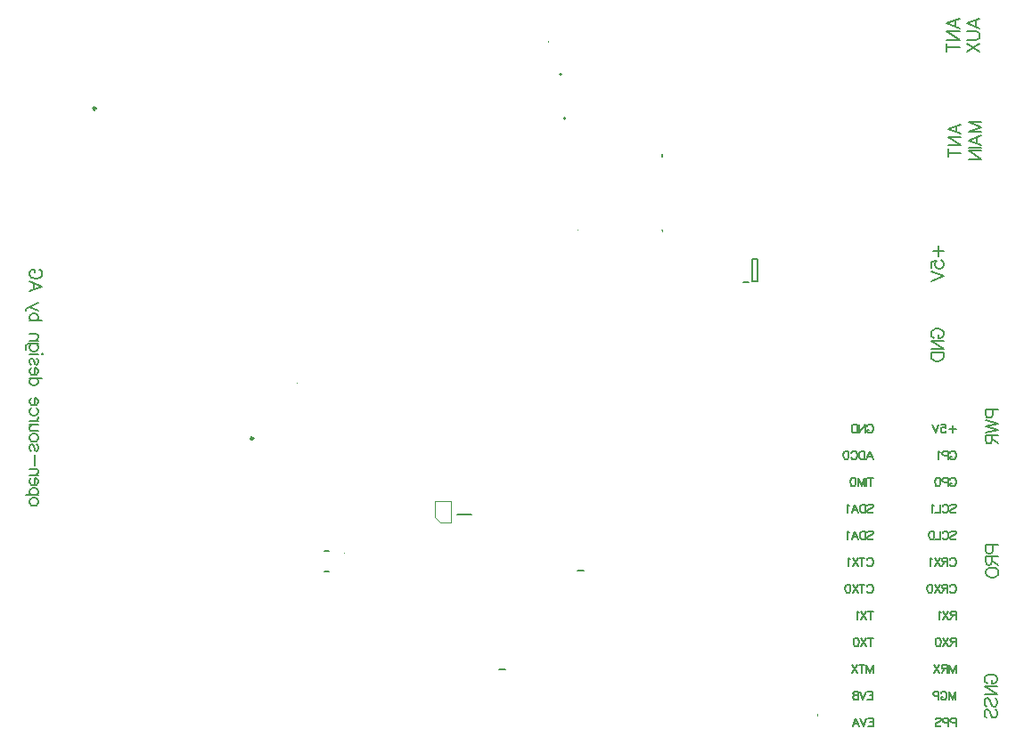
<source format=gbr>
%TF.GenerationSoftware,Altium Limited,Altium Designer,23.8.1 (32)*%
G04 Layer_Color=32896*
%FSLAX45Y45*%
%MOMM*%
%TF.SameCoordinates,47205040-CD91-4698-B5C6-F5A5CD4DDF21*%
%TF.FilePolarity,Positive*%
%TF.FileFunction,Legend,Bot*%
%TF.Part,Single*%
G01*
G75*
%TA.AperFunction,NonConductor*%
%ADD90C,0.20000*%
%ADD91C,0.10000*%
%ADD93C,0.25000*%
%ADD94C,0.15240*%
%ADD97C,0.16000*%
D90*
X10251300Y2884700D02*
G03*
X10251300Y2894700I0J5000D01*
G01*
D02*
G03*
X10251300Y2884700I0J-5000D01*
G01*
X8776400Y7505100D02*
G03*
X8776400Y7495100I0J-5000D01*
G01*
D02*
G03*
X8776400Y7505100I0J5000D01*
G01*
D02*
G03*
X8776400Y7495100I0J-5000D01*
G01*
X9544500Y7009700D02*
X9592000D01*
X9627000Y7019700D02*
Y7229700D01*
X9677000D01*
Y7019700D02*
Y7229700D01*
X9627000Y7019700D02*
X9677000D01*
X5568000Y4256100D02*
X5608000D01*
X5568000Y4456100D02*
X5608000D01*
X6826100Y4800600D02*
X6966100D01*
X8775700Y8201900D02*
Y8231900D01*
X7971000Y4267200D02*
X8031000D01*
X7221700Y3327400D02*
X7281700D01*
X11611731Y8421443D02*
X11491757Y8467148D01*
X11611731Y8512852D01*
X11571739Y8495713D02*
Y8438582D01*
X11491757Y8393449D02*
X11611731D01*
X11491757D02*
X11611731Y8313466D01*
X11491757D02*
X11611731D01*
X11491757Y8240339D02*
X11611731D01*
X11491757Y8280330D02*
Y8200348D01*
X11683726Y8531705D02*
X11803700D01*
X11683726D02*
X11803700Y8486001D01*
X11683726Y8440296D02*
X11803700Y8486001D01*
X11683726Y8440296D02*
X11803700D01*
Y8314609D02*
X11683726Y8360313D01*
X11803700Y8406018D01*
X11763709Y8388879D02*
Y8331748D01*
X11683726Y8286615D02*
X11803700D01*
X11683726Y8261478D02*
X11803700D01*
X11683726D02*
X11803700Y8181495D01*
X11683726D02*
X11803700D01*
X11599031Y9424743D02*
X11479057Y9470448D01*
X11599031Y9516152D01*
X11559039Y9499013D02*
Y9441882D01*
X11479057Y9396749D02*
X11599031D01*
X11479057D02*
X11599031Y9316766D01*
X11479057D02*
X11599031D01*
X11479057Y9243639D02*
X11599031D01*
X11479057Y9283630D02*
Y9203648D01*
X11791000Y9424743D02*
X11671026Y9470448D01*
X11791000Y9516152D01*
X11751009Y9499013D02*
Y9441882D01*
X11671026Y9396749D02*
X11756722D01*
X11773861Y9391036D01*
X11785287Y9379610D01*
X11791000Y9362471D01*
Y9351045D01*
X11785287Y9333905D01*
X11773861Y9322479D01*
X11756722Y9316766D01*
X11671026D01*
Y9283630D02*
X11791000Y9203648D01*
X11671026D02*
X11791000Y9283630D01*
X11911669Y5801336D02*
Y5749919D01*
X11905956Y5732780D01*
X11900243Y5727067D01*
X11888817Y5721354D01*
X11871678D01*
X11860252Y5727067D01*
X11854539Y5732780D01*
X11848826Y5749919D01*
Y5801336D01*
X11968800D01*
X11848826Y5694502D02*
X11968800Y5665937D01*
X11848826Y5637372D02*
X11968800Y5665937D01*
X11848826Y5637372D02*
X11968800Y5608806D01*
X11848826Y5580241D02*
X11968800Y5608806D01*
X11848826Y5556246D02*
X11968800D01*
X11848826D02*
Y5504829D01*
X11854539Y5487690D01*
X11860252Y5481976D01*
X11871678Y5476263D01*
X11883104D01*
X11894530Y5481976D01*
X11900243Y5487690D01*
X11905956Y5504829D01*
Y5556246D01*
Y5516255D02*
X11968800Y5476263D01*
X11911669Y4508639D02*
Y4457221D01*
X11905956Y4440082D01*
X11900243Y4434369D01*
X11888817Y4428656D01*
X11871678D01*
X11860252Y4434369D01*
X11854539Y4440082D01*
X11848826Y4457221D01*
Y4508639D01*
X11968800D01*
X11848826Y4401805D02*
X11968800D01*
X11848826D02*
Y4350387D01*
X11854539Y4333248D01*
X11860252Y4327535D01*
X11871678Y4321822D01*
X11883104D01*
X11894530Y4327535D01*
X11900243Y4333248D01*
X11905956Y4350387D01*
Y4401805D01*
Y4361813D02*
X11968800Y4321822D01*
X11848826Y4260692D02*
X11854539Y4272118D01*
X11865965Y4283544D01*
X11877391Y4289257D01*
X11894530Y4294970D01*
X11923096D01*
X11940235Y4289257D01*
X11951661Y4283544D01*
X11963087Y4272118D01*
X11968800Y4260692D01*
Y4237840D01*
X11963087Y4226414D01*
X11951661Y4214988D01*
X11940235Y4209274D01*
X11923096Y4203561D01*
X11894530D01*
X11877391Y4209274D01*
X11865965Y4214988D01*
X11854539Y4226414D01*
X11848826Y4237840D01*
Y4260692D01*
X11864691Y3194231D02*
X11853265Y3199945D01*
X11841839Y3211371D01*
X11836125Y3222797D01*
Y3245649D01*
X11841839Y3257075D01*
X11853265Y3268501D01*
X11864691Y3274214D01*
X11881830Y3279927D01*
X11910395D01*
X11927534Y3274214D01*
X11938961Y3268501D01*
X11950387Y3257075D01*
X11956100Y3245649D01*
Y3222797D01*
X11950387Y3211371D01*
X11938961Y3199945D01*
X11927534Y3194231D01*
X11910395D01*
Y3222797D02*
Y3194231D01*
X11836125Y3166809D02*
X11956100D01*
X11836125D02*
X11956100Y3086826D01*
X11836125D02*
X11956100D01*
X11853265Y2973707D02*
X11841839Y2985133D01*
X11836125Y3002273D01*
Y3025125D01*
X11841839Y3042264D01*
X11853265Y3053690D01*
X11864691D01*
X11876117Y3047977D01*
X11881830Y3042264D01*
X11887543Y3030838D01*
X11898969Y2996559D01*
X11904682Y2985133D01*
X11910395Y2979420D01*
X11921821Y2973707D01*
X11938961D01*
X11950387Y2985133D01*
X11956100Y3002273D01*
Y3025125D01*
X11950387Y3042264D01*
X11938961Y3053690D01*
X11853265Y2866873D02*
X11841839Y2878299D01*
X11836125Y2895438D01*
Y2918291D01*
X11841839Y2935430D01*
X11853265Y2946856D01*
X11864691D01*
X11876117Y2941143D01*
X11881830Y2935430D01*
X11887543Y2924004D01*
X11898969Y2889725D01*
X11904682Y2878299D01*
X11910395Y2872586D01*
X11921821Y2866873D01*
X11938961D01*
X11950387Y2878299D01*
X11956100Y2895438D01*
Y2918291D01*
X11950387Y2935430D01*
X11938961Y2946856D01*
X11356691Y6480914D02*
X11345265Y6486627D01*
X11333839Y6498053D01*
X11328126Y6509479D01*
Y6532332D01*
X11333839Y6543758D01*
X11345265Y6555184D01*
X11356691Y6560897D01*
X11373830Y6566610D01*
X11402396D01*
X11419535Y6560897D01*
X11430961Y6555184D01*
X11442387Y6543758D01*
X11448100Y6532332D01*
Y6509479D01*
X11442387Y6498053D01*
X11430961Y6486627D01*
X11419535Y6480914D01*
X11402396D01*
Y6509479D02*
Y6480914D01*
X11328126Y6453491D02*
X11448100D01*
X11328126D02*
X11448100Y6373508D01*
X11328126D02*
X11448100D01*
X11328126Y6340373D02*
X11448100D01*
X11328126D02*
Y6300381D01*
X11333839Y6283242D01*
X11345265Y6271816D01*
X11356691Y6266103D01*
X11373830Y6260390D01*
X11402396D01*
X11419535Y6266103D01*
X11430961Y6271816D01*
X11442387Y6283242D01*
X11448100Y6300381D01*
Y6340373D01*
X11345265Y7305032D02*
X11448100D01*
X11396683Y7356450D02*
Y7253614D01*
X11328126Y7149637D02*
Y7206767D01*
X11379543Y7212481D01*
X11373830Y7206767D01*
X11368117Y7189628D01*
Y7172489D01*
X11373830Y7155350D01*
X11385256Y7143924D01*
X11402396Y7138211D01*
X11413822D01*
X11430961Y7143924D01*
X11442387Y7155350D01*
X11448100Y7172489D01*
Y7189628D01*
X11442387Y7206767D01*
X11436674Y7212481D01*
X11425248Y7218194D01*
X11328126Y7111359D02*
X11448100Y7065655D01*
X11328126Y7019950D02*
X11448100Y7065655D01*
X2845074Y4911906D02*
X2839361Y4900480D01*
X2827935Y4889054D01*
X2810796Y4883341D01*
X2799370D01*
X2782231Y4889054D01*
X2770804Y4900480D01*
X2765091Y4911906D01*
Y4929045D01*
X2770804Y4940471D01*
X2782231Y4951897D01*
X2799370Y4957611D01*
X2810796D01*
X2827935Y4951897D01*
X2839361Y4940471D01*
X2845074Y4929045D01*
Y4911906D01*
Y4983891D02*
X2725100D01*
X2827935D02*
X2839361Y4995317D01*
X2845074Y5006743D01*
Y5023882D01*
X2839361Y5035308D01*
X2827935Y5046734D01*
X2810796Y5052447D01*
X2799370D01*
X2782231Y5046734D01*
X2770804Y5035308D01*
X2765091Y5023882D01*
Y5006743D01*
X2770804Y4995317D01*
X2782231Y4983891D01*
X2810796Y5078156D02*
Y5146713D01*
X2822222D01*
X2833648Y5141000D01*
X2839361Y5135287D01*
X2845074Y5123861D01*
Y5106722D01*
X2839361Y5095295D01*
X2827935Y5083869D01*
X2810796Y5078156D01*
X2799370D01*
X2782231Y5083869D01*
X2770804Y5095295D01*
X2765091Y5106722D01*
Y5123861D01*
X2770804Y5135287D01*
X2782231Y5146713D01*
X2845074Y5172422D02*
X2765091D01*
X2822222D02*
X2839361Y5189561D01*
X2845074Y5200987D01*
Y5218126D01*
X2839361Y5229552D01*
X2822222Y5235265D01*
X2765091D01*
X2816509Y5266687D02*
Y5369522D01*
X2827935Y5467787D02*
X2839361Y5462074D01*
X2845074Y5444935D01*
Y5427795D01*
X2839361Y5410656D01*
X2827935Y5404943D01*
X2816509Y5410656D01*
X2810796Y5422082D01*
X2805083Y5450648D01*
X2799370Y5462074D01*
X2787944Y5467787D01*
X2782231D01*
X2770804Y5462074D01*
X2765091Y5444935D01*
Y5427795D01*
X2770804Y5410656D01*
X2782231Y5404943D01*
X2845074Y5521490D02*
X2839361Y5510064D01*
X2827935Y5498637D01*
X2810796Y5492924D01*
X2799370D01*
X2782231Y5498637D01*
X2770804Y5510064D01*
X2765091Y5521490D01*
Y5538629D01*
X2770804Y5550055D01*
X2782231Y5561481D01*
X2799370Y5567194D01*
X2810796D01*
X2827935Y5561481D01*
X2839361Y5550055D01*
X2845074Y5538629D01*
Y5521490D01*
Y5593474D02*
X2787944D01*
X2770804Y5599187D01*
X2765091Y5610614D01*
Y5627753D01*
X2770804Y5639179D01*
X2787944Y5656318D01*
X2845074D02*
X2765091D01*
X2845074Y5687740D02*
X2765091D01*
X2810796D02*
X2827935Y5693453D01*
X2839361Y5704879D01*
X2845074Y5716305D01*
Y5733444D01*
X2827935Y5812856D02*
X2839361Y5801430D01*
X2845074Y5790004D01*
Y5772865D01*
X2839361Y5761438D01*
X2827935Y5750012D01*
X2810796Y5744299D01*
X2799370D01*
X2782231Y5750012D01*
X2770804Y5761438D01*
X2765091Y5772865D01*
Y5790004D01*
X2770804Y5801430D01*
X2782231Y5812856D01*
X2810796Y5838565D02*
Y5907121D01*
X2822222D01*
X2833648Y5901408D01*
X2839361Y5895695D01*
X2845074Y5884269D01*
Y5867130D01*
X2839361Y5855704D01*
X2827935Y5844278D01*
X2810796Y5838565D01*
X2799370D01*
X2782231Y5844278D01*
X2770804Y5855704D01*
X2765091Y5867130D01*
Y5884269D01*
X2770804Y5895695D01*
X2782231Y5907121D01*
X2885066Y6095652D02*
X2765091D01*
X2827935D02*
X2839361Y6084226D01*
X2845074Y6072800D01*
Y6055661D01*
X2839361Y6044235D01*
X2827935Y6032809D01*
X2810796Y6027096D01*
X2799370D01*
X2782231Y6032809D01*
X2770804Y6044235D01*
X2765091Y6055661D01*
Y6072800D01*
X2770804Y6084226D01*
X2782231Y6095652D01*
X2810796Y6127646D02*
Y6196202D01*
X2822222D01*
X2833648Y6190489D01*
X2839361Y6184776D01*
X2845074Y6173350D01*
Y6156211D01*
X2839361Y6144785D01*
X2827935Y6133359D01*
X2810796Y6127646D01*
X2799370D01*
X2782231Y6133359D01*
X2770804Y6144785D01*
X2765091Y6156211D01*
Y6173350D01*
X2770804Y6184776D01*
X2782231Y6196202D01*
X2827935Y6284755D02*
X2839361Y6279042D01*
X2845074Y6261903D01*
Y6244763D01*
X2839361Y6227624D01*
X2827935Y6221911D01*
X2816509Y6227624D01*
X2810796Y6239050D01*
X2805083Y6267616D01*
X2799370Y6279042D01*
X2787944Y6284755D01*
X2782231D01*
X2770804Y6279042D01*
X2765091Y6261903D01*
Y6244763D01*
X2770804Y6227624D01*
X2782231Y6221911D01*
X2885066Y6321319D02*
X2879353Y6327032D01*
X2885066Y6332745D01*
X2890779Y6327032D01*
X2885066Y6321319D01*
X2845074Y6327032D02*
X2765091D01*
X2845074Y6422440D02*
X2753665D01*
X2736526Y6416727D01*
X2730813Y6411014D01*
X2725100Y6399587D01*
Y6382448D01*
X2730813Y6371022D01*
X2827935Y6422440D02*
X2839361Y6411014D01*
X2845074Y6399587D01*
Y6382448D01*
X2839361Y6371022D01*
X2827935Y6359596D01*
X2810796Y6353883D01*
X2799370D01*
X2782231Y6359596D01*
X2770804Y6371022D01*
X2765091Y6382448D01*
Y6399587D01*
X2770804Y6411014D01*
X2782231Y6422440D01*
X2845074Y6454433D02*
X2765091D01*
X2822222D02*
X2839361Y6471572D01*
X2845074Y6482998D01*
Y6500137D01*
X2839361Y6511564D01*
X2822222Y6517277D01*
X2765091D01*
X2885066Y6642964D02*
X2765091D01*
X2827935D02*
X2839361Y6654390D01*
X2845074Y6665816D01*
Y6682955D01*
X2839361Y6694381D01*
X2827935Y6705808D01*
X2810796Y6711520D01*
X2799370D01*
X2782231Y6705808D01*
X2770804Y6694381D01*
X2765091Y6682955D01*
Y6665816D01*
X2770804Y6654390D01*
X2782231Y6642964D01*
X2845074Y6742942D02*
X2765091Y6777221D01*
X2845074Y6811499D02*
X2765091Y6777221D01*
X2742239Y6765795D01*
X2730813Y6754369D01*
X2725100Y6742942D01*
Y6737229D01*
X2765091Y7017169D02*
X2885066Y6971465D01*
X2765091Y6925760D01*
X2805083Y6942900D02*
Y7000030D01*
X2856501Y7130859D02*
X2867927Y7125146D01*
X2879353Y7113720D01*
X2885066Y7102294D01*
Y7079442D01*
X2879353Y7068016D01*
X2867927Y7056590D01*
X2856501Y7050876D01*
X2839361Y7045163D01*
X2810796D01*
X2793657Y7050876D01*
X2782231Y7056590D01*
X2770804Y7068016D01*
X2765091Y7079442D01*
Y7102294D01*
X2770804Y7113720D01*
X2782231Y7125146D01*
X2793657Y7130859D01*
X2810796D01*
Y7102294D02*
Y7130859D01*
D91*
X5748000Y4436100D02*
G03*
X5758000Y4436100I5000J0D01*
G01*
D02*
G03*
X5748000Y4436100I-5000J0D01*
G01*
X7970700Y7503000D02*
G03*
X7980700Y7503000I5000J0D01*
G01*
D02*
G03*
X7970700Y7503000I-5000J0D01*
G01*
X5302100Y6045500D02*
G03*
X5312100Y6045500I5000J0D01*
G01*
D02*
G03*
X5302100Y6045500I-5000J0D01*
G01*
X7696200Y9302100D02*
G03*
X7696200Y9292100I0J-5000D01*
G01*
D02*
G03*
X7696200Y9302100I0J5000D01*
G01*
X6617200Y4776800D02*
Y4927100D01*
X6767800D01*
Y4726500D02*
Y4927100D01*
X6667500Y4726500D02*
X6767800D01*
X6617200Y4776800D02*
X6667500Y4726500D01*
D93*
X3394264Y8663236D02*
G03*
X3394264Y8663236I-12500J0D01*
G01*
X4888800Y5524400D02*
G03*
X4888800Y5524400I-12500J0D01*
G01*
D94*
X7856220Y8568780D02*
G03*
X7856220Y8568780I-7620J0D01*
G01*
X7818120Y8987880D02*
G03*
X7818120Y8987880I-7620J0D01*
G01*
D97*
X11565603Y2822687D02*
X11531325D01*
X11519898Y2826496D01*
X11516090Y2830304D01*
X11512281Y2837922D01*
Y2849348D01*
X11516090Y2856966D01*
X11519898Y2860774D01*
X11531325Y2864583D01*
X11565603D01*
Y2784600D01*
X11494380Y2822687D02*
X11460102D01*
X11448676Y2826496D01*
X11444867Y2830304D01*
X11441058Y2837922D01*
Y2849348D01*
X11444867Y2856966D01*
X11448676Y2860774D01*
X11460102Y2864583D01*
X11494380D01*
Y2784600D01*
X11369835Y2853157D02*
X11377453Y2860774D01*
X11388879Y2864583D01*
X11404114D01*
X11415540Y2860774D01*
X11423157Y2853157D01*
Y2845539D01*
X11419349Y2837922D01*
X11415540Y2834113D01*
X11407922Y2830304D01*
X11385070Y2822687D01*
X11377453Y2818878D01*
X11373644Y2815070D01*
X11369835Y2807452D01*
Y2796026D01*
X11377453Y2788409D01*
X11388879Y2784600D01*
X11404114D01*
X11415540Y2788409D01*
X11423157Y2796026D01*
X11565603Y3626583D02*
Y3546600D01*
Y3626583D02*
X11531325D01*
X11519898Y3622774D01*
X11516090Y3618966D01*
X11512281Y3611348D01*
Y3603731D01*
X11516090Y3596113D01*
X11519898Y3592304D01*
X11531325Y3588496D01*
X11565603D01*
X11538942D02*
X11512281Y3546600D01*
X11494380Y3626583D02*
X11441058Y3546600D01*
Y3626583D02*
X11494380Y3546600D01*
X11400305Y3626583D02*
X11411731Y3622774D01*
X11419349Y3611348D01*
X11423157Y3592304D01*
Y3580878D01*
X11419349Y3561835D01*
X11411731Y3550409D01*
X11400305Y3546600D01*
X11392688D01*
X11381261Y3550409D01*
X11373644Y3561835D01*
X11369835Y3580878D01*
Y3592304D01*
X11373644Y3611348D01*
X11381261Y3622774D01*
X11392688Y3626583D01*
X11400305D01*
X11565603Y3880583D02*
Y3800600D01*
Y3880583D02*
X11531325D01*
X11519898Y3876774D01*
X11516090Y3872966D01*
X11512281Y3865348D01*
Y3857731D01*
X11516090Y3850113D01*
X11519898Y3846304D01*
X11531325Y3842496D01*
X11565603D01*
X11538942D02*
X11512281Y3800600D01*
X11494380Y3880583D02*
X11441058Y3800600D01*
Y3880583D02*
X11494380Y3800600D01*
X11423157Y3865348D02*
X11415540Y3869157D01*
X11404114Y3880583D01*
Y3800600D01*
X11508472Y4115539D02*
X11512281Y4123157D01*
X11519898Y4130774D01*
X11527516Y4134583D01*
X11542751D01*
X11550368Y4130774D01*
X11557986Y4123157D01*
X11561794Y4115539D01*
X11565603Y4104113D01*
Y4085070D01*
X11561794Y4073644D01*
X11557986Y4066026D01*
X11550368Y4058409D01*
X11542751Y4054600D01*
X11527516D01*
X11519898Y4058409D01*
X11512281Y4066026D01*
X11508472Y4073644D01*
X11486001Y4134583D02*
Y4054600D01*
Y4134583D02*
X11451723D01*
X11440296Y4130774D01*
X11436488Y4126966D01*
X11432679Y4119348D01*
Y4111731D01*
X11436488Y4104113D01*
X11440296Y4100304D01*
X11451723Y4096496D01*
X11486001D01*
X11459340D02*
X11432679Y4054600D01*
X11414778Y4134583D02*
X11361456Y4054600D01*
Y4134583D02*
X11414778Y4054600D01*
X11320703Y4134583D02*
X11332129Y4130774D01*
X11339746Y4119348D01*
X11343555Y4100304D01*
Y4088878D01*
X11339746Y4069835D01*
X11332129Y4058409D01*
X11320703Y4054600D01*
X11313086D01*
X11301659Y4058409D01*
X11294042Y4069835D01*
X11290233Y4088878D01*
Y4100304D01*
X11294042Y4119348D01*
X11301659Y4130774D01*
X11313086Y4134583D01*
X11320703D01*
X11508472Y4369539D02*
X11512281Y4377157D01*
X11519898Y4384774D01*
X11527516Y4388583D01*
X11542751D01*
X11550368Y4384774D01*
X11557986Y4377157D01*
X11561794Y4369539D01*
X11565603Y4358113D01*
Y4339070D01*
X11561794Y4327644D01*
X11557986Y4320026D01*
X11550368Y4312409D01*
X11542751Y4308600D01*
X11527516D01*
X11519898Y4312409D01*
X11512281Y4320026D01*
X11508472Y4327644D01*
X11486001Y4388583D02*
Y4308600D01*
Y4388583D02*
X11451723D01*
X11440296Y4384774D01*
X11436488Y4380966D01*
X11432679Y4373348D01*
Y4365731D01*
X11436488Y4358113D01*
X11440296Y4354304D01*
X11451723Y4350496D01*
X11486001D01*
X11459340D02*
X11432679Y4308600D01*
X11414778Y4388583D02*
X11361456Y4308600D01*
Y4388583D02*
X11414778Y4308600D01*
X11343555Y4373348D02*
X11335938Y4377157D01*
X11324512Y4388583D01*
Y4308600D01*
X11512281Y4631157D02*
X11519898Y4638774D01*
X11531325Y4642583D01*
X11546559D01*
X11557986Y4638774D01*
X11565603Y4631157D01*
Y4623539D01*
X11561794Y4615922D01*
X11557986Y4612113D01*
X11550368Y4608304D01*
X11527516Y4600687D01*
X11519898Y4596878D01*
X11516090Y4593070D01*
X11512281Y4585452D01*
Y4574026D01*
X11519898Y4566409D01*
X11531325Y4562600D01*
X11546559D01*
X11557986Y4566409D01*
X11565603Y4574026D01*
X11437249Y4623539D02*
X11441058Y4631157D01*
X11448676Y4638774D01*
X11456293Y4642583D01*
X11471528D01*
X11479145Y4638774D01*
X11486763Y4631157D01*
X11490571Y4623539D01*
X11494380Y4612113D01*
Y4593070D01*
X11490571Y4581644D01*
X11486763Y4574026D01*
X11479145Y4566409D01*
X11471528Y4562600D01*
X11456293D01*
X11448676Y4566409D01*
X11441058Y4574026D01*
X11437249Y4581644D01*
X11414778Y4642583D02*
Y4562600D01*
X11369074D01*
X11337461Y4642583D02*
X11348887Y4638774D01*
X11356505Y4627348D01*
X11360314Y4608304D01*
Y4596878D01*
X11356505Y4577835D01*
X11348887Y4566409D01*
X11337461Y4562600D01*
X11329844D01*
X11318418Y4566409D01*
X11310800Y4577835D01*
X11306992Y4596878D01*
Y4608304D01*
X11310800Y4627348D01*
X11318418Y4638774D01*
X11329844Y4642583D01*
X11337461D01*
X11512281Y4885157D02*
X11519898Y4892774D01*
X11531325Y4896583D01*
X11546559D01*
X11557986Y4892774D01*
X11565603Y4885157D01*
Y4877539D01*
X11561794Y4869922D01*
X11557986Y4866113D01*
X11550368Y4862304D01*
X11527516Y4854687D01*
X11519898Y4850878D01*
X11516090Y4847070D01*
X11512281Y4839452D01*
Y4828026D01*
X11519898Y4820409D01*
X11531325Y4816600D01*
X11546559D01*
X11557986Y4820409D01*
X11565603Y4828026D01*
X11437249Y4877539D02*
X11441058Y4885157D01*
X11448676Y4892774D01*
X11456293Y4896583D01*
X11471528D01*
X11479145Y4892774D01*
X11486763Y4885157D01*
X11490571Y4877539D01*
X11494380Y4866113D01*
Y4847070D01*
X11490571Y4835644D01*
X11486763Y4828026D01*
X11479145Y4820409D01*
X11471528Y4816600D01*
X11456293D01*
X11448676Y4820409D01*
X11441058Y4828026D01*
X11437249Y4835644D01*
X11414778Y4896583D02*
Y4816600D01*
X11369074D01*
X11360314Y4881348D02*
X11352696Y4885157D01*
X11341270Y4896583D01*
Y4816600D01*
X11508472Y5131539D02*
X11512281Y5139157D01*
X11519898Y5146774D01*
X11527516Y5150583D01*
X11542751D01*
X11550368Y5146774D01*
X11557986Y5139157D01*
X11561794Y5131539D01*
X11565603Y5120113D01*
Y5101070D01*
X11561794Y5089644D01*
X11557986Y5082026D01*
X11550368Y5074409D01*
X11542751Y5070600D01*
X11527516D01*
X11519898Y5074409D01*
X11512281Y5082026D01*
X11508472Y5089644D01*
Y5101070D01*
X11527516D02*
X11508472D01*
X11490190Y5108687D02*
X11455912D01*
X11444486Y5112496D01*
X11440677Y5116304D01*
X11436868Y5123922D01*
Y5135348D01*
X11440677Y5142966D01*
X11444486Y5146774D01*
X11455912Y5150583D01*
X11490190D01*
Y5070600D01*
X11396115Y5150583D02*
X11407541Y5146774D01*
X11415159Y5135348D01*
X11418968Y5116304D01*
Y5104878D01*
X11415159Y5085835D01*
X11407541Y5074409D01*
X11396115Y5070600D01*
X11388498D01*
X11377072Y5074409D01*
X11369454Y5085835D01*
X11365646Y5104878D01*
Y5116304D01*
X11369454Y5135348D01*
X11377072Y5146774D01*
X11388498Y5150583D01*
X11396115D01*
X11508472Y5385539D02*
X11512281Y5393157D01*
X11519898Y5400774D01*
X11527516Y5404583D01*
X11542751D01*
X11550368Y5400774D01*
X11557986Y5393157D01*
X11561794Y5385539D01*
X11565603Y5374113D01*
Y5355070D01*
X11561794Y5343644D01*
X11557986Y5336026D01*
X11550368Y5328409D01*
X11542751Y5324600D01*
X11527516D01*
X11519898Y5328409D01*
X11512281Y5336026D01*
X11508472Y5343644D01*
Y5355070D01*
X11527516D02*
X11508472D01*
X11490190Y5362687D02*
X11455912D01*
X11444486Y5366496D01*
X11440677Y5370304D01*
X11436868Y5377922D01*
Y5389348D01*
X11440677Y5396966D01*
X11444486Y5400774D01*
X11455912Y5404583D01*
X11490190D01*
Y5324600D01*
X11418968Y5389348D02*
X11411350Y5393157D01*
X11399924Y5404583D01*
Y5324600D01*
X11531325Y5647157D02*
Y5578600D01*
X11565603Y5612878D02*
X11497046D01*
X11427728Y5658583D02*
X11465815D01*
X11469623Y5624304D01*
X11465815Y5628113D01*
X11454389Y5631922D01*
X11442963D01*
X11431536Y5628113D01*
X11423919Y5620496D01*
X11420110Y5609070D01*
Y5601452D01*
X11423919Y5590026D01*
X11431536Y5582409D01*
X11442963Y5578600D01*
X11454389D01*
X11465815Y5582409D01*
X11469623Y5586217D01*
X11473432Y5593835D01*
X11402209Y5658583D02*
X11371740Y5578600D01*
X11341270Y5658583D02*
X11371740Y5578600D01*
X11565603Y3372583D02*
Y3292600D01*
Y3372583D02*
X11535133Y3292600D01*
X11504664Y3372583D02*
X11535133Y3292600D01*
X11504664Y3372583D02*
Y3292600D01*
X11481811Y3372583D02*
Y3292600D01*
Y3372583D02*
X11447533D01*
X11436107Y3368774D01*
X11432298Y3364966D01*
X11428489Y3357348D01*
Y3349731D01*
X11432298Y3342113D01*
X11436107Y3338304D01*
X11447533Y3334496D01*
X11481811D01*
X11455150D02*
X11428489Y3292600D01*
X11410589Y3372583D02*
X11357267Y3292600D01*
Y3372583D02*
X11410589Y3292600D01*
X11561794Y3118583D02*
Y3038600D01*
Y3118583D02*
X11531325Y3038600D01*
X11500855Y3118583D02*
X11531325Y3038600D01*
X11500855Y3118583D02*
Y3038600D01*
X11420872Y3099539D02*
X11424681Y3107157D01*
X11432298Y3114774D01*
X11439916Y3118583D01*
X11455150D01*
X11462768Y3114774D01*
X11470385Y3107157D01*
X11474194Y3099539D01*
X11478003Y3088113D01*
Y3069070D01*
X11474194Y3057644D01*
X11470385Y3050026D01*
X11462768Y3042409D01*
X11455150Y3038600D01*
X11439916D01*
X11432298Y3042409D01*
X11424681Y3050026D01*
X11420872Y3057644D01*
Y3069070D01*
X11439916D02*
X11420872D01*
X11402590Y3076687D02*
X11368312D01*
X11356886Y3080496D01*
X11353077Y3084304D01*
X11349268Y3091922D01*
Y3103348D01*
X11353077Y3110966D01*
X11356886Y3114774D01*
X11368312Y3118583D01*
X11402590D01*
Y3038600D01*
X10724881Y3118583D02*
X10774394D01*
Y3038600D01*
X10724881D01*
X10774394Y3080496D02*
X10743925D01*
X10711551Y3118583D02*
X10681081Y3038600D01*
X10650611Y3118583D02*
X10681081Y3038600D01*
X10640328Y3118583D02*
Y3038600D01*
Y3118583D02*
X10606049D01*
X10594623Y3114774D01*
X10590814Y3110966D01*
X10587006Y3103348D01*
Y3095731D01*
X10590814Y3088113D01*
X10594623Y3084304D01*
X10606049Y3080496D01*
X10640328D02*
X10606049D01*
X10594623Y3076687D01*
X10590814Y3072878D01*
X10587006Y3065261D01*
Y3053835D01*
X10590814Y3046217D01*
X10594623Y3042409D01*
X10606049Y3038600D01*
X10640328D01*
X10778203Y3372583D02*
Y3292600D01*
Y3372583D02*
X10747733Y3292600D01*
X10717264Y3372583D02*
X10747733Y3292600D01*
X10717264Y3372583D02*
Y3292600D01*
X10667750Y3372583D02*
Y3292600D01*
X10694411Y3372583D02*
X10641089D01*
X10631568D02*
X10578246Y3292600D01*
Y3372583D02*
X10631568Y3292600D01*
X10721072Y5639539D02*
X10724881Y5647157D01*
X10732498Y5654774D01*
X10740116Y5658583D01*
X10755351D01*
X10762968Y5654774D01*
X10770586Y5647157D01*
X10774394Y5639539D01*
X10778203Y5628113D01*
Y5609070D01*
X10774394Y5597644D01*
X10770586Y5590026D01*
X10762968Y5582409D01*
X10755351Y5578600D01*
X10740116D01*
X10732498Y5582409D01*
X10724881Y5590026D01*
X10721072Y5597644D01*
Y5609070D01*
X10740116D02*
X10721072D01*
X10702790Y5658583D02*
Y5578600D01*
Y5658583D02*
X10649468Y5578600D01*
Y5658583D02*
Y5578600D01*
X10627378Y5658583D02*
Y5578600D01*
Y5658583D02*
X10600717D01*
X10589291Y5654774D01*
X10581673Y5647157D01*
X10577865Y5639539D01*
X10574056Y5628113D01*
Y5609070D01*
X10577865Y5597644D01*
X10581673Y5590026D01*
X10589291Y5582409D01*
X10600717Y5578600D01*
X10627378D01*
X10717264Y5324600D02*
X10747733Y5404583D01*
X10778203Y5324600D01*
X10766777Y5351261D02*
X10728690D01*
X10698601Y5404583D02*
Y5324600D01*
Y5404583D02*
X10671940D01*
X10660514Y5400774D01*
X10652896Y5393157D01*
X10649088Y5385539D01*
X10645279Y5374113D01*
Y5355070D01*
X10649088Y5343644D01*
X10652896Y5336026D01*
X10660514Y5328409D01*
X10671940Y5324600D01*
X10698601D01*
X10570247Y5385539D02*
X10574056Y5393157D01*
X10581674Y5400774D01*
X10589291Y5404583D01*
X10604526D01*
X10612143Y5400774D01*
X10619761Y5393157D01*
X10623569Y5385539D01*
X10627378Y5374113D01*
Y5355070D01*
X10623569Y5343644D01*
X10619761Y5336026D01*
X10612143Y5328409D01*
X10604526Y5324600D01*
X10589291D01*
X10581674Y5328409D01*
X10574056Y5336026D01*
X10570247Y5343644D01*
X10524924Y5404583D02*
X10536350Y5400774D01*
X10543967Y5389348D01*
X10547776Y5370304D01*
Y5358878D01*
X10543967Y5339835D01*
X10536350Y5328409D01*
X10524924Y5324600D01*
X10517306D01*
X10505880Y5328409D01*
X10498263Y5339835D01*
X10494454Y5358878D01*
Y5370304D01*
X10498263Y5389348D01*
X10505880Y5400774D01*
X10517306Y5404583D01*
X10524924D01*
X10751542Y5150583D02*
Y5070600D01*
X10778203Y5150583D02*
X10724881D01*
X10715359D02*
Y5070600D01*
X10698601Y5150583D02*
Y5070600D01*
Y5150583D02*
X10668131Y5070600D01*
X10637661Y5150583D02*
X10668131Y5070600D01*
X10637661Y5150583D02*
Y5070600D01*
X10591957Y5150583D02*
X10603383Y5146774D01*
X10611001Y5135348D01*
X10614809Y5116304D01*
Y5104878D01*
X10611001Y5085835D01*
X10603383Y5074409D01*
X10591957Y5070600D01*
X10584340D01*
X10572914Y5074409D01*
X10565296Y5085835D01*
X10561487Y5104878D01*
Y5116304D01*
X10565296Y5135348D01*
X10572914Y5146774D01*
X10584340Y5150583D01*
X10591957D01*
X10724881Y4885157D02*
X10732498Y4892774D01*
X10743925Y4896583D01*
X10759159D01*
X10770586Y4892774D01*
X10778203Y4885157D01*
Y4877539D01*
X10774394Y4869922D01*
X10770586Y4866113D01*
X10762968Y4862304D01*
X10740116Y4854687D01*
X10732498Y4850878D01*
X10728690Y4847070D01*
X10724881Y4839452D01*
Y4828026D01*
X10732498Y4820409D01*
X10743925Y4816600D01*
X10759159D01*
X10770586Y4820409D01*
X10778203Y4828026D01*
X10706980Y4896583D02*
Y4816600D01*
Y4896583D02*
X10680319D01*
X10668893Y4892774D01*
X10661276Y4885157D01*
X10657467Y4877539D01*
X10653658Y4866113D01*
Y4847070D01*
X10657467Y4835644D01*
X10661276Y4828026D01*
X10668893Y4820409D01*
X10680319Y4816600D01*
X10706980D01*
X10574818D02*
X10605288Y4896583D01*
X10635757Y4816600D01*
X10624331Y4843261D02*
X10586244D01*
X10556155Y4881348D02*
X10548538Y4885157D01*
X10537112Y4896583D01*
Y4816600D01*
X10724881Y4631157D02*
X10732498Y4638774D01*
X10743925Y4642583D01*
X10759159D01*
X10770586Y4638774D01*
X10778203Y4631157D01*
Y4623539D01*
X10774394Y4615922D01*
X10770586Y4612113D01*
X10762968Y4608304D01*
X10740116Y4600687D01*
X10732498Y4596878D01*
X10728690Y4593070D01*
X10724881Y4585452D01*
Y4574026D01*
X10732498Y4566409D01*
X10743925Y4562600D01*
X10759159D01*
X10770586Y4566409D01*
X10778203Y4574026D01*
X10706980Y4642583D02*
Y4562600D01*
Y4642583D02*
X10680319D01*
X10668893Y4638774D01*
X10661276Y4631157D01*
X10657467Y4623539D01*
X10653658Y4612113D01*
Y4593070D01*
X10657467Y4581644D01*
X10661276Y4574026D01*
X10668893Y4566409D01*
X10680319Y4562600D01*
X10706980D01*
X10574818D02*
X10605288Y4642583D01*
X10635757Y4562600D01*
X10624331Y4589261D02*
X10586244D01*
X10556155Y4627348D02*
X10548538Y4631157D01*
X10537112Y4642583D01*
Y4562600D01*
X10721072Y4369539D02*
X10724881Y4377157D01*
X10732498Y4384774D01*
X10740116Y4388583D01*
X10755351D01*
X10762968Y4384774D01*
X10770586Y4377157D01*
X10774394Y4369539D01*
X10778203Y4358113D01*
Y4339070D01*
X10774394Y4327644D01*
X10770586Y4320026D01*
X10762968Y4312409D01*
X10755351Y4308600D01*
X10740116D01*
X10732498Y4312409D01*
X10724881Y4320026D01*
X10721072Y4327644D01*
X10671940Y4388583D02*
Y4308600D01*
X10698601Y4388583D02*
X10645279D01*
X10635757D02*
X10582435Y4308600D01*
Y4388583D02*
X10635757Y4308600D01*
X10564534Y4373348D02*
X10556917Y4377157D01*
X10545491Y4388583D01*
Y4308600D01*
X10721072Y4115539D02*
X10724881Y4123157D01*
X10732498Y4130774D01*
X10740116Y4134583D01*
X10755351D01*
X10762968Y4130774D01*
X10770586Y4123157D01*
X10774394Y4115539D01*
X10778203Y4104113D01*
Y4085070D01*
X10774394Y4073644D01*
X10770586Y4066026D01*
X10762968Y4058409D01*
X10755351Y4054600D01*
X10740116D01*
X10732498Y4058409D01*
X10724881Y4066026D01*
X10721072Y4073644D01*
X10671940Y4134583D02*
Y4054600D01*
X10698601Y4134583D02*
X10645279D01*
X10635757D02*
X10582435Y4054600D01*
Y4134583D02*
X10635757Y4054600D01*
X10541682Y4134583D02*
X10553108Y4130774D01*
X10560726Y4119348D01*
X10564534Y4100304D01*
Y4088878D01*
X10560726Y4069835D01*
X10553108Y4058409D01*
X10541682Y4054600D01*
X10534065D01*
X10522639Y4058409D01*
X10515021Y4069835D01*
X10511212Y4088878D01*
Y4100304D01*
X10515021Y4119348D01*
X10522639Y4130774D01*
X10534065Y4134583D01*
X10541682D01*
X10751542Y3880583D02*
Y3800600D01*
X10778203Y3880583D02*
X10724881D01*
X10715359D02*
X10662037Y3800600D01*
Y3880583D02*
X10715359Y3800600D01*
X10644136Y3865348D02*
X10636519Y3869157D01*
X10625093Y3880583D01*
Y3800600D01*
X10751542Y3626583D02*
Y3546600D01*
X10778203Y3626583D02*
X10724881D01*
X10715359D02*
X10662037Y3546600D01*
Y3626583D02*
X10715359Y3546600D01*
X10621284Y3626583D02*
X10632710Y3622774D01*
X10640328Y3611348D01*
X10644136Y3592304D01*
Y3580878D01*
X10640328Y3561835D01*
X10632710Y3550409D01*
X10621284Y3546600D01*
X10613667D01*
X10602241Y3550409D01*
X10594623Y3561835D01*
X10590814Y3580878D01*
Y3592304D01*
X10594623Y3611348D01*
X10602241Y3622774D01*
X10613667Y3626583D01*
X10621284D01*
X10728690Y2864583D02*
X10778203D01*
Y2784600D01*
X10728690D01*
X10778203Y2826496D02*
X10747733D01*
X10715359Y2864583D02*
X10684890Y2784600D01*
X10654420Y2864583D02*
X10684890Y2784600D01*
X10583197D02*
X10613667Y2864583D01*
X10644136Y2784600D01*
X10632710Y2811261D02*
X10594623D01*
%TF.MD5,6365f69da661bfad30fe089b144beae1*%
M02*

</source>
